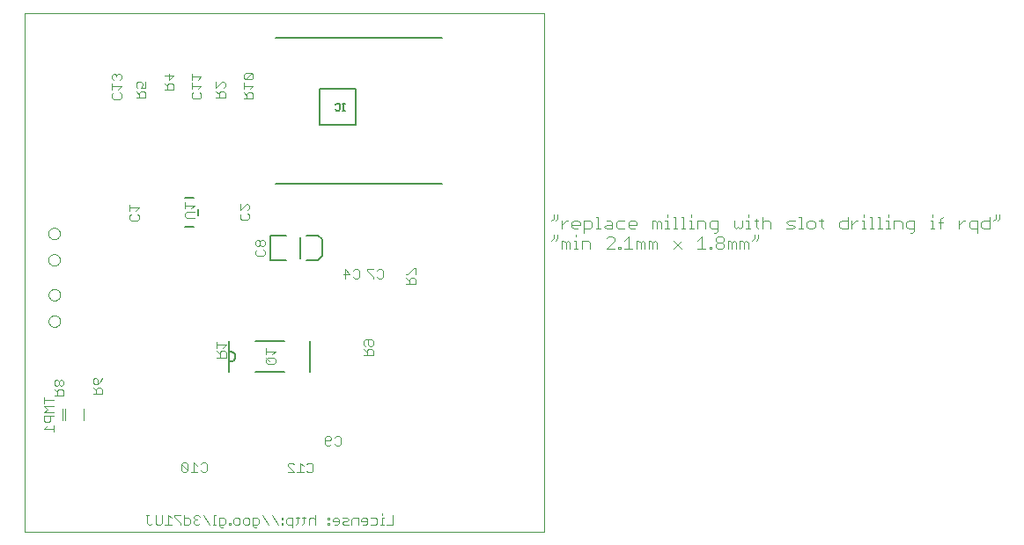
<source format=gbo>
G75*
%MOIN*%
%OFA0B0*%
%FSLAX24Y24*%
%IPPOS*%
%LPD*%
%AMOC8*
5,1,8,0,0,1.08239X$1,22.5*
%
%ADD10C,0.0000*%
%ADD11C,0.0040*%
%ADD12C,0.0080*%
%ADD13C,0.0050*%
D10*
X000350Y000350D02*
X000350Y020035D01*
X020035Y020035D01*
X020035Y000350D01*
X000350Y000350D01*
X001267Y008344D02*
X001269Y008373D01*
X001275Y008401D01*
X001284Y008429D01*
X001297Y008455D01*
X001314Y008478D01*
X001333Y008500D01*
X001355Y008519D01*
X001380Y008534D01*
X001406Y008547D01*
X001434Y008555D01*
X001462Y008560D01*
X001491Y008561D01*
X001520Y008558D01*
X001548Y008551D01*
X001575Y008541D01*
X001601Y008527D01*
X001624Y008510D01*
X001645Y008490D01*
X001663Y008467D01*
X001678Y008442D01*
X001689Y008415D01*
X001697Y008387D01*
X001701Y008358D01*
X001701Y008330D01*
X001697Y008301D01*
X001689Y008273D01*
X001678Y008246D01*
X001663Y008221D01*
X001645Y008198D01*
X001624Y008178D01*
X001601Y008161D01*
X001575Y008147D01*
X001548Y008137D01*
X001520Y008130D01*
X001491Y008127D01*
X001462Y008128D01*
X001434Y008133D01*
X001406Y008141D01*
X001380Y008154D01*
X001355Y008169D01*
X001333Y008188D01*
X001314Y008210D01*
X001297Y008233D01*
X001284Y008259D01*
X001275Y008287D01*
X001269Y008315D01*
X001267Y008344D01*
X001267Y009344D02*
X001269Y009373D01*
X001275Y009401D01*
X001284Y009429D01*
X001297Y009455D01*
X001314Y009478D01*
X001333Y009500D01*
X001355Y009519D01*
X001380Y009534D01*
X001406Y009547D01*
X001434Y009555D01*
X001462Y009560D01*
X001491Y009561D01*
X001520Y009558D01*
X001548Y009551D01*
X001575Y009541D01*
X001601Y009527D01*
X001624Y009510D01*
X001645Y009490D01*
X001663Y009467D01*
X001678Y009442D01*
X001689Y009415D01*
X001697Y009387D01*
X001701Y009358D01*
X001701Y009330D01*
X001697Y009301D01*
X001689Y009273D01*
X001678Y009246D01*
X001663Y009221D01*
X001645Y009198D01*
X001624Y009178D01*
X001601Y009161D01*
X001575Y009147D01*
X001548Y009137D01*
X001520Y009130D01*
X001491Y009127D01*
X001462Y009128D01*
X001434Y009133D01*
X001406Y009141D01*
X001380Y009154D01*
X001355Y009169D01*
X001333Y009188D01*
X001314Y009210D01*
X001297Y009233D01*
X001284Y009259D01*
X001275Y009287D01*
X001269Y009315D01*
X001267Y009344D01*
X001259Y010670D02*
X001261Y010699D01*
X001267Y010727D01*
X001276Y010755D01*
X001289Y010781D01*
X001306Y010804D01*
X001325Y010826D01*
X001347Y010845D01*
X001372Y010860D01*
X001398Y010873D01*
X001426Y010881D01*
X001454Y010886D01*
X001483Y010887D01*
X001512Y010884D01*
X001540Y010877D01*
X001567Y010867D01*
X001593Y010853D01*
X001616Y010836D01*
X001637Y010816D01*
X001655Y010793D01*
X001670Y010768D01*
X001681Y010741D01*
X001689Y010713D01*
X001693Y010684D01*
X001693Y010656D01*
X001689Y010627D01*
X001681Y010599D01*
X001670Y010572D01*
X001655Y010547D01*
X001637Y010524D01*
X001616Y010504D01*
X001593Y010487D01*
X001567Y010473D01*
X001540Y010463D01*
X001512Y010456D01*
X001483Y010453D01*
X001454Y010454D01*
X001426Y010459D01*
X001398Y010467D01*
X001372Y010480D01*
X001347Y010495D01*
X001325Y010514D01*
X001306Y010536D01*
X001289Y010559D01*
X001276Y010585D01*
X001267Y010613D01*
X001261Y010641D01*
X001259Y010670D01*
X001259Y011670D02*
X001261Y011699D01*
X001267Y011727D01*
X001276Y011755D01*
X001289Y011781D01*
X001306Y011804D01*
X001325Y011826D01*
X001347Y011845D01*
X001372Y011860D01*
X001398Y011873D01*
X001426Y011881D01*
X001454Y011886D01*
X001483Y011887D01*
X001512Y011884D01*
X001540Y011877D01*
X001567Y011867D01*
X001593Y011853D01*
X001616Y011836D01*
X001637Y011816D01*
X001655Y011793D01*
X001670Y011768D01*
X001681Y011741D01*
X001689Y011713D01*
X001693Y011684D01*
X001693Y011656D01*
X001689Y011627D01*
X001681Y011599D01*
X001670Y011572D01*
X001655Y011547D01*
X001637Y011524D01*
X001616Y011504D01*
X001593Y011487D01*
X001567Y011473D01*
X001540Y011463D01*
X001512Y011456D01*
X001483Y011453D01*
X001454Y011454D01*
X001426Y011459D01*
X001398Y011467D01*
X001372Y011480D01*
X001347Y011495D01*
X001325Y011514D01*
X001306Y011536D01*
X001289Y011559D01*
X001276Y011585D01*
X001267Y011613D01*
X001261Y011641D01*
X001259Y011670D01*
D11*
X004323Y012230D02*
X004323Y012348D01*
X004382Y012407D01*
X004323Y012533D02*
X004323Y012769D01*
X004323Y012651D02*
X004677Y012651D01*
X004559Y012533D01*
X004618Y012407D02*
X004677Y012348D01*
X004677Y012230D01*
X004618Y012171D01*
X004382Y012171D01*
X004323Y012230D01*
X006434Y012312D02*
X006493Y012253D01*
X006788Y012253D01*
X006434Y012312D02*
X006434Y012430D01*
X006493Y012489D01*
X006788Y012489D01*
X006670Y012616D02*
X006788Y012734D01*
X006434Y012734D01*
X006434Y012616D02*
X006434Y012852D01*
X008512Y012797D02*
X008512Y012561D01*
X008748Y012797D01*
X008807Y012797D01*
X008866Y012738D01*
X008866Y012620D01*
X008807Y012561D01*
X008807Y012434D02*
X008866Y012375D01*
X008866Y012257D01*
X008807Y012198D01*
X008571Y012198D01*
X008512Y012257D01*
X008512Y012375D01*
X008571Y012434D01*
X009155Y011429D02*
X009096Y011370D01*
X009096Y011252D01*
X009155Y011193D01*
X009214Y011193D01*
X009273Y011252D01*
X009273Y011370D01*
X009214Y011429D01*
X009155Y011429D01*
X009273Y011370D02*
X009332Y011429D01*
X009391Y011429D01*
X009450Y011370D01*
X009450Y011252D01*
X009391Y011193D01*
X009332Y011193D01*
X009273Y011252D01*
X009155Y011066D02*
X009096Y011007D01*
X009096Y010889D01*
X009155Y010830D01*
X009391Y010830D01*
X009450Y010889D01*
X009450Y011007D01*
X009391Y011066D01*
X012424Y010140D02*
X012660Y010140D01*
X012483Y010317D01*
X012483Y009963D01*
X012787Y010022D02*
X012846Y009963D01*
X012964Y009963D01*
X013023Y010022D01*
X013023Y010258D01*
X012964Y010317D01*
X012846Y010317D01*
X012787Y010258D01*
X013329Y010266D02*
X013565Y010030D01*
X013565Y009971D01*
X013691Y010030D02*
X013750Y009971D01*
X013868Y009971D01*
X013927Y010030D01*
X013927Y010266D01*
X013868Y010325D01*
X013750Y010325D01*
X013691Y010266D01*
X013565Y010325D02*
X013329Y010325D01*
X013329Y010266D01*
X014804Y010118D02*
X014863Y010118D01*
X015099Y010354D01*
X015158Y010354D01*
X015158Y010118D01*
X015099Y009991D02*
X014981Y009991D01*
X014922Y009932D01*
X014922Y009755D01*
X014804Y009755D02*
X015158Y009755D01*
X015158Y009932D01*
X015099Y009991D01*
X014922Y009873D02*
X014804Y009991D01*
X013488Y007643D02*
X013547Y007584D01*
X013547Y007466D01*
X013488Y007407D01*
X013429Y007407D01*
X013370Y007466D01*
X013370Y007643D01*
X013252Y007643D02*
X013488Y007643D01*
X013252Y007643D02*
X013193Y007584D01*
X013193Y007466D01*
X013252Y007407D01*
X013193Y007281D02*
X013311Y007163D01*
X013311Y007222D02*
X013311Y007045D01*
X013193Y007045D02*
X013547Y007045D01*
X013547Y007222D01*
X013488Y007281D01*
X013370Y007281D01*
X013311Y007222D01*
X009851Y007201D02*
X009497Y007201D01*
X009497Y007083D02*
X009497Y007319D01*
X009733Y007083D02*
X009851Y007201D01*
X009792Y006956D02*
X009556Y006956D01*
X009497Y006897D01*
X009497Y006779D01*
X009556Y006720D01*
X009792Y006720D01*
X009851Y006779D01*
X009851Y006897D01*
X009792Y006956D01*
X009615Y006838D02*
X009497Y006956D01*
X007983Y006972D02*
X007983Y007149D01*
X007924Y007208D01*
X007806Y007208D01*
X007747Y007149D01*
X007747Y006972D01*
X007747Y007090D02*
X007629Y007208D01*
X007629Y007335D02*
X007629Y007571D01*
X007629Y007453D02*
X007983Y007453D01*
X007865Y007335D01*
X007983Y006972D02*
X007629Y006972D01*
X003300Y006192D02*
X003241Y006074D01*
X003123Y005956D01*
X003123Y006133D01*
X003064Y006192D01*
X003005Y006192D01*
X002946Y006133D01*
X002946Y006015D01*
X003005Y005956D01*
X003123Y005956D01*
X003123Y005829D02*
X003064Y005770D01*
X003064Y005593D01*
X002946Y005593D02*
X003300Y005593D01*
X003300Y005770D01*
X003241Y005829D01*
X003123Y005829D01*
X003064Y005711D02*
X002946Y005829D01*
X001835Y005710D02*
X001776Y005769D01*
X001658Y005769D01*
X001599Y005710D01*
X001599Y005533D01*
X001481Y005533D02*
X001835Y005533D01*
X001835Y005710D01*
X001776Y005896D02*
X001717Y005896D01*
X001658Y005955D01*
X001658Y006073D01*
X001599Y006132D01*
X001540Y006132D01*
X001481Y006073D01*
X001481Y005955D01*
X001540Y005896D01*
X001599Y005896D01*
X001658Y005955D01*
X001658Y006073D02*
X001717Y006132D01*
X001776Y006132D01*
X001835Y006073D01*
X001835Y005955D01*
X001776Y005896D01*
X001599Y005651D02*
X001481Y005769D01*
X001453Y005356D02*
X001099Y005356D01*
X001099Y005474D02*
X001099Y005238D01*
X001099Y005112D02*
X001217Y004994D01*
X001099Y004876D01*
X001453Y004876D01*
X001453Y004749D02*
X001099Y004749D01*
X001099Y004572D01*
X001158Y004513D01*
X001276Y004513D01*
X001335Y004572D01*
X001335Y004749D01*
X001804Y004592D02*
X001804Y005026D01*
X001904Y005026D02*
X001904Y004592D01*
X002604Y004592D02*
X002604Y005026D01*
X001453Y005112D02*
X001099Y005112D01*
X001217Y004387D02*
X001099Y004269D01*
X001453Y004269D01*
X001453Y004387D02*
X001453Y004151D01*
X006294Y002931D02*
X006294Y002695D01*
X006353Y002636D01*
X006471Y002636D01*
X006530Y002695D01*
X006294Y002931D01*
X006353Y002990D01*
X006471Y002990D01*
X006530Y002931D01*
X006530Y002695D01*
X006656Y002636D02*
X006892Y002636D01*
X006774Y002636D02*
X006774Y002990D01*
X006892Y002872D01*
X007019Y002931D02*
X007078Y002990D01*
X007196Y002990D01*
X007255Y002931D01*
X007255Y002695D01*
X007196Y002636D01*
X007078Y002636D01*
X007019Y002695D01*
X006939Y000993D02*
X006821Y000993D01*
X006762Y000934D01*
X006762Y000875D01*
X006821Y000816D01*
X006762Y000757D01*
X006762Y000698D01*
X006821Y000639D01*
X006939Y000639D01*
X006998Y000698D01*
X006880Y000816D02*
X006821Y000816D01*
X006635Y000816D02*
X006576Y000875D01*
X006399Y000875D01*
X006399Y000993D02*
X006399Y000639D01*
X006576Y000639D01*
X006635Y000698D01*
X006635Y000816D01*
X006939Y000993D02*
X006998Y000934D01*
X007124Y000993D02*
X007360Y000639D01*
X007484Y000639D02*
X007602Y000639D01*
X007543Y000639D02*
X007543Y000993D01*
X007602Y000993D01*
X007728Y000875D02*
X007905Y000875D01*
X007964Y000816D01*
X007964Y000698D01*
X007905Y000639D01*
X007728Y000639D01*
X007728Y000580D02*
X007728Y000875D01*
X008087Y000698D02*
X008087Y000639D01*
X008146Y000639D01*
X008146Y000698D01*
X008087Y000698D01*
X008272Y000698D02*
X008272Y000816D01*
X008331Y000875D01*
X008449Y000875D01*
X008508Y000816D01*
X008508Y000698D01*
X008449Y000639D01*
X008331Y000639D01*
X008272Y000698D01*
X008635Y000698D02*
X008635Y000816D01*
X008694Y000875D01*
X008812Y000875D01*
X008871Y000816D01*
X008871Y000698D01*
X008812Y000639D01*
X008694Y000639D01*
X008635Y000698D01*
X008997Y000639D02*
X009174Y000639D01*
X009233Y000698D01*
X009233Y000816D01*
X009174Y000875D01*
X008997Y000875D01*
X008997Y000580D01*
X009056Y000521D01*
X009115Y000521D01*
X009596Y000639D02*
X009360Y000993D01*
X009722Y000993D02*
X009958Y000639D01*
X010080Y000639D02*
X010139Y000639D01*
X010139Y000698D01*
X010080Y000698D01*
X010080Y000639D01*
X010080Y000816D02*
X010139Y000816D01*
X010139Y000875D01*
X010080Y000875D01*
X010080Y000816D01*
X010266Y000816D02*
X010325Y000875D01*
X010502Y000875D01*
X010502Y000521D01*
X010502Y000639D02*
X010325Y000639D01*
X010266Y000698D01*
X010266Y000816D01*
X010626Y000875D02*
X010744Y000875D01*
X010685Y000934D02*
X010685Y000698D01*
X010626Y000639D01*
X010867Y000639D02*
X010926Y000698D01*
X010926Y000934D01*
X010985Y000875D02*
X010867Y000875D01*
X011112Y000816D02*
X011112Y000639D01*
X011112Y000816D02*
X011171Y000875D01*
X011289Y000875D01*
X011348Y000816D01*
X011348Y000993D02*
X011348Y000639D01*
X011832Y000639D02*
X011891Y000639D01*
X011891Y000698D01*
X011832Y000698D01*
X011832Y000639D01*
X011832Y000816D02*
X011891Y000816D01*
X011891Y000875D01*
X011832Y000875D01*
X011832Y000816D01*
X012018Y000816D02*
X012018Y000757D01*
X012254Y000757D01*
X012254Y000698D02*
X012254Y000816D01*
X012195Y000875D01*
X012077Y000875D01*
X012018Y000816D01*
X012077Y000639D02*
X012195Y000639D01*
X012254Y000698D01*
X012381Y000698D02*
X012440Y000757D01*
X012558Y000757D01*
X012617Y000816D01*
X012558Y000875D01*
X012381Y000875D01*
X012381Y000698D02*
X012440Y000639D01*
X012617Y000639D01*
X012743Y000639D02*
X012743Y000816D01*
X012802Y000875D01*
X012979Y000875D01*
X012979Y000639D01*
X013106Y000757D02*
X013342Y000757D01*
X013342Y000698D02*
X013342Y000816D01*
X013283Y000875D01*
X013165Y000875D01*
X013106Y000816D01*
X013106Y000757D01*
X013165Y000639D02*
X013283Y000639D01*
X013342Y000698D01*
X013468Y000639D02*
X013645Y000639D01*
X013704Y000698D01*
X013704Y000816D01*
X013645Y000875D01*
X013468Y000875D01*
X013887Y000875D02*
X013887Y000639D01*
X013946Y000639D02*
X013828Y000639D01*
X013887Y000875D02*
X013946Y000875D01*
X013887Y000993D02*
X013887Y001052D01*
X014308Y000993D02*
X014308Y000639D01*
X014072Y000639D01*
X011272Y002673D02*
X011213Y002614D01*
X011095Y002614D01*
X011036Y002673D01*
X010910Y002614D02*
X010674Y002614D01*
X010792Y002614D02*
X010792Y002968D01*
X010910Y002850D01*
X011036Y002909D02*
X011095Y002968D01*
X011213Y002968D01*
X011272Y002909D01*
X011272Y002673D01*
X010547Y002614D02*
X010311Y002850D01*
X010311Y002909D01*
X010370Y002968D01*
X010488Y002968D01*
X010547Y002909D01*
X010547Y002614D02*
X010311Y002614D01*
X011731Y003692D02*
X011790Y003633D01*
X011908Y003633D01*
X011967Y003692D01*
X012094Y003692D02*
X012153Y003633D01*
X012271Y003633D01*
X012330Y003692D01*
X012330Y003928D01*
X012271Y003987D01*
X012153Y003987D01*
X012094Y003928D01*
X011967Y003928D02*
X011967Y003869D01*
X011908Y003810D01*
X011731Y003810D01*
X011731Y003692D02*
X011731Y003928D01*
X011790Y003987D01*
X011908Y003987D01*
X011967Y003928D01*
X006273Y000993D02*
X006037Y000993D01*
X006037Y000934D01*
X006273Y000698D01*
X006273Y000639D01*
X005910Y000639D02*
X005674Y000639D01*
X005792Y000639D02*
X005792Y000993D01*
X005910Y000875D01*
X005547Y000993D02*
X005547Y000698D01*
X005488Y000639D01*
X005370Y000639D01*
X005311Y000698D01*
X005311Y000993D01*
X005067Y000993D02*
X004949Y000993D01*
X005008Y000993D02*
X005008Y000698D01*
X005067Y000639D01*
X005126Y000639D01*
X005185Y000698D01*
X007728Y000580D02*
X007787Y000521D01*
X007846Y000521D01*
X020690Y011095D02*
X020690Y011402D01*
X020767Y011402D01*
X020844Y011325D01*
X020921Y011402D01*
X020997Y011325D01*
X020997Y011095D01*
X020844Y011095D02*
X020844Y011325D01*
X021151Y011402D02*
X021227Y011402D01*
X021227Y011095D01*
X021151Y011095D02*
X021304Y011095D01*
X021458Y011095D02*
X021458Y011402D01*
X021688Y011402D01*
X021765Y011325D01*
X021765Y011095D01*
X022378Y011095D02*
X022685Y011402D01*
X022685Y011478D01*
X022609Y011555D01*
X022455Y011555D01*
X022378Y011478D01*
X022378Y011845D02*
X022302Y011921D01*
X022378Y011998D01*
X022609Y011998D01*
X022609Y012075D02*
X022532Y012152D01*
X022378Y012152D01*
X022609Y012075D02*
X022609Y011845D01*
X022378Y011845D01*
X022148Y011845D02*
X021995Y011845D01*
X022071Y011845D02*
X022071Y012305D01*
X021995Y012305D01*
X021841Y012075D02*
X021841Y011921D01*
X021765Y011845D01*
X021534Y011845D01*
X021534Y011691D02*
X021534Y012152D01*
X021765Y012152D01*
X021841Y012075D01*
X021381Y012075D02*
X021381Y011998D01*
X021074Y011998D01*
X021074Y011921D02*
X021074Y012075D01*
X021151Y012152D01*
X021304Y012152D01*
X021381Y012075D01*
X021151Y011845D02*
X021074Y011921D01*
X021151Y011845D02*
X021304Y011845D01*
X021227Y011632D02*
X021227Y011555D01*
X020690Y011845D02*
X020690Y012152D01*
X020690Y011998D02*
X020844Y012152D01*
X020921Y012152D01*
X020537Y012228D02*
X020537Y012382D01*
X020537Y012228D02*
X020460Y012152D01*
X020383Y012228D02*
X020307Y012152D01*
X020383Y012228D02*
X020383Y012382D01*
X020383Y011632D02*
X020383Y011478D01*
X020307Y011402D01*
X020460Y011402D02*
X020537Y011478D01*
X020537Y011632D01*
X022378Y011095D02*
X022685Y011095D01*
X022839Y011095D02*
X022916Y011095D01*
X022916Y011171D01*
X022839Y011171D01*
X022839Y011095D01*
X023069Y011095D02*
X023376Y011095D01*
X023529Y011095D02*
X023529Y011402D01*
X023606Y011402D01*
X023683Y011325D01*
X023760Y011402D01*
X023836Y011325D01*
X023836Y011095D01*
X023683Y011095D02*
X023683Y011325D01*
X023990Y011402D02*
X023990Y011095D01*
X024143Y011095D02*
X024143Y011325D01*
X024220Y011402D01*
X024297Y011325D01*
X024297Y011095D01*
X024143Y011325D02*
X024067Y011402D01*
X023990Y011402D01*
X024143Y011845D02*
X024143Y012152D01*
X024220Y012152D01*
X024297Y012075D01*
X024373Y012152D01*
X024450Y012075D01*
X024450Y011845D01*
X024297Y011845D02*
X024297Y012075D01*
X024604Y012152D02*
X024680Y012152D01*
X024680Y011845D01*
X024604Y011845D02*
X024757Y011845D01*
X024911Y011845D02*
X025064Y011845D01*
X024987Y011845D02*
X024987Y012305D01*
X024911Y012305D01*
X024680Y012305D02*
X024680Y012382D01*
X025217Y012305D02*
X025294Y012305D01*
X025294Y011845D01*
X025217Y011845D02*
X025371Y011845D01*
X025524Y011845D02*
X025678Y011845D01*
X025601Y011845D02*
X025601Y012152D01*
X025524Y012152D01*
X025601Y012305D02*
X025601Y012382D01*
X025831Y012152D02*
X026062Y012152D01*
X026138Y012075D01*
X026138Y011845D01*
X026292Y011921D02*
X026368Y011845D01*
X026599Y011845D01*
X026599Y011768D02*
X026599Y012152D01*
X026368Y012152D01*
X026292Y012075D01*
X026292Y011921D01*
X026445Y011691D02*
X026522Y011691D01*
X026599Y011768D01*
X026599Y011555D02*
X026752Y011555D01*
X026829Y011478D01*
X026829Y011402D01*
X026752Y011325D01*
X026599Y011325D01*
X026522Y011402D01*
X026522Y011478D01*
X026599Y011555D01*
X026599Y011325D02*
X026522Y011248D01*
X026522Y011171D01*
X026599Y011095D01*
X026752Y011095D01*
X026829Y011171D01*
X026829Y011248D01*
X026752Y011325D01*
X026982Y011402D02*
X027059Y011402D01*
X027136Y011325D01*
X027213Y011402D01*
X027289Y011325D01*
X027289Y011095D01*
X027136Y011095D02*
X027136Y011325D01*
X026982Y011402D02*
X026982Y011095D01*
X027443Y011095D02*
X027443Y011402D01*
X027519Y011402D01*
X027596Y011325D01*
X027673Y011402D01*
X027750Y011325D01*
X027750Y011095D01*
X027596Y011095D02*
X027596Y011325D01*
X027903Y011402D02*
X027980Y011478D01*
X027980Y011632D01*
X028133Y011632D02*
X028133Y011478D01*
X028057Y011402D01*
X028133Y011845D02*
X028057Y011921D01*
X028057Y012228D01*
X028133Y012152D02*
X027980Y012152D01*
X027750Y012152D02*
X027750Y011845D01*
X027826Y011845D02*
X027673Y011845D01*
X027519Y011921D02*
X027519Y012152D01*
X027673Y012152D02*
X027750Y012152D01*
X027750Y012305D02*
X027750Y012382D01*
X027213Y012152D02*
X027213Y011921D01*
X027289Y011845D01*
X027366Y011921D01*
X027443Y011845D01*
X027519Y011921D01*
X028287Y011845D02*
X028287Y012305D01*
X028364Y012152D02*
X028517Y012152D01*
X028594Y012075D01*
X028594Y011845D01*
X028287Y012075D02*
X028364Y012152D01*
X029208Y012075D02*
X029284Y011998D01*
X029438Y011998D01*
X029514Y011921D01*
X029438Y011845D01*
X029208Y011845D01*
X029668Y011845D02*
X029821Y011845D01*
X029745Y011845D02*
X029745Y012305D01*
X029668Y012305D01*
X029514Y012152D02*
X029284Y012152D01*
X029208Y012075D01*
X029975Y012075D02*
X029975Y011921D01*
X030052Y011845D01*
X030205Y011845D01*
X030282Y011921D01*
X030282Y012075D01*
X030205Y012152D01*
X030052Y012152D01*
X029975Y012075D01*
X030435Y012152D02*
X030589Y012152D01*
X030512Y012228D02*
X030512Y011921D01*
X030589Y011845D01*
X031203Y011921D02*
X031203Y012075D01*
X031279Y012152D01*
X031510Y012152D01*
X031663Y012152D02*
X031663Y011845D01*
X031663Y011998D02*
X031816Y012152D01*
X031893Y012152D01*
X032047Y012152D02*
X032123Y012152D01*
X032123Y011845D01*
X032047Y011845D02*
X032200Y011845D01*
X032354Y011845D02*
X032507Y011845D01*
X032430Y011845D02*
X032430Y012305D01*
X032354Y012305D01*
X032123Y012305D02*
X032123Y012382D01*
X032661Y012305D02*
X032737Y012305D01*
X032737Y011845D01*
X032661Y011845D02*
X032814Y011845D01*
X032967Y011845D02*
X033121Y011845D01*
X033044Y011845D02*
X033044Y012152D01*
X032967Y012152D01*
X033044Y012305D02*
X033044Y012382D01*
X033274Y012152D02*
X033505Y012152D01*
X033581Y012075D01*
X033581Y011845D01*
X033735Y011921D02*
X033811Y011845D01*
X034042Y011845D01*
X034042Y011768D02*
X034042Y012152D01*
X033811Y012152D01*
X033735Y012075D01*
X033735Y011921D01*
X033888Y011691D02*
X033965Y011691D01*
X034042Y011768D01*
X034656Y011845D02*
X034809Y011845D01*
X034732Y011845D02*
X034732Y012152D01*
X034656Y012152D01*
X034732Y012305D02*
X034732Y012382D01*
X035039Y012228D02*
X035116Y012305D01*
X035039Y012228D02*
X035039Y011845D01*
X035730Y011845D02*
X035730Y012152D01*
X035883Y012152D02*
X035730Y011998D01*
X035883Y012152D02*
X035960Y012152D01*
X036113Y012075D02*
X036113Y011921D01*
X036190Y011845D01*
X036420Y011845D01*
X036420Y011691D02*
X036420Y012152D01*
X036190Y012152D01*
X036113Y012075D01*
X036574Y012075D02*
X036574Y011921D01*
X036651Y011845D01*
X036881Y011845D01*
X036881Y012305D01*
X036881Y012152D02*
X036651Y012152D01*
X036574Y012075D01*
X037034Y012152D02*
X037111Y012228D01*
X037111Y012382D01*
X037264Y012382D02*
X037264Y012228D01*
X037188Y012152D01*
X035116Y012075D02*
X034962Y012075D01*
X033274Y012152D02*
X033274Y011845D01*
X031510Y011845D02*
X031279Y011845D01*
X031203Y011921D01*
X031510Y011845D02*
X031510Y012305D01*
X026368Y011171D02*
X026368Y011095D01*
X026292Y011095D01*
X026292Y011171D01*
X026368Y011171D01*
X026138Y011095D02*
X025831Y011095D01*
X025985Y011095D02*
X025985Y011555D01*
X025831Y011402D01*
X025831Y011845D02*
X025831Y012152D01*
X025217Y011402D02*
X024911Y011095D01*
X025217Y011095D02*
X024911Y011402D01*
X023529Y011998D02*
X023529Y012075D01*
X023453Y012152D01*
X023299Y012152D01*
X023222Y012075D01*
X023222Y011921D01*
X023299Y011845D01*
X023453Y011845D01*
X023529Y011998D02*
X023222Y011998D01*
X023069Y011845D02*
X022839Y011845D01*
X022762Y011921D01*
X022762Y012075D01*
X022839Y012152D01*
X023069Y012152D01*
X023222Y011555D02*
X023222Y011095D01*
X023069Y011402D02*
X023222Y011555D01*
X009006Y016784D02*
X009006Y016961D01*
X008947Y017020D01*
X008829Y017020D01*
X008770Y016961D01*
X008770Y016784D01*
X008770Y016902D02*
X008652Y017020D01*
X008652Y017147D02*
X008652Y017383D01*
X008652Y017265D02*
X009006Y017265D01*
X008888Y017147D01*
X009006Y016784D02*
X008652Y016784D01*
X007951Y016824D02*
X007951Y017001D01*
X007892Y017060D01*
X007774Y017060D01*
X007715Y017001D01*
X007715Y016824D01*
X007597Y016824D02*
X007951Y016824D01*
X007715Y016942D02*
X007597Y017060D01*
X007597Y017187D02*
X007833Y017423D01*
X007892Y017423D01*
X007951Y017364D01*
X007951Y017246D01*
X007892Y017187D01*
X007597Y017187D02*
X007597Y017423D01*
X007036Y017259D02*
X006918Y017141D01*
X006977Y017014D02*
X007036Y016955D01*
X007036Y016837D01*
X006977Y016778D01*
X006741Y016778D01*
X006682Y016837D01*
X006682Y016955D01*
X006741Y017014D01*
X006682Y017141D02*
X006682Y017377D01*
X006682Y017259D02*
X007036Y017259D01*
X006918Y017503D02*
X007036Y017621D01*
X006682Y017621D01*
X006682Y017503D02*
X006682Y017739D01*
X006001Y017672D02*
X005824Y017495D01*
X005824Y017731D01*
X005647Y017672D02*
X006001Y017672D01*
X005942Y017369D02*
X005824Y017369D01*
X005765Y017310D01*
X005765Y017133D01*
X005765Y017251D02*
X005647Y017369D01*
X005647Y017133D02*
X006001Y017133D01*
X006001Y017310D01*
X005942Y017369D01*
X004936Y017417D02*
X004936Y017181D01*
X004759Y017181D01*
X004818Y017299D01*
X004818Y017358D01*
X004759Y017417D01*
X004641Y017417D01*
X004582Y017358D01*
X004582Y017240D01*
X004641Y017181D01*
X004582Y017054D02*
X004700Y016936D01*
X004700Y016995D02*
X004700Y016818D01*
X004582Y016818D02*
X004936Y016818D01*
X004936Y016995D01*
X004877Y017054D01*
X004759Y017054D01*
X004700Y016995D01*
X004015Y016949D02*
X004015Y016831D01*
X003956Y016772D01*
X003720Y016772D01*
X003661Y016831D01*
X003661Y016949D01*
X003720Y017008D01*
X003661Y017135D02*
X003661Y017371D01*
X003661Y017253D02*
X004015Y017253D01*
X003897Y017135D01*
X003956Y017008D02*
X004015Y016949D01*
X003956Y017497D02*
X004015Y017556D01*
X004015Y017674D01*
X003956Y017733D01*
X003897Y017733D01*
X003838Y017674D01*
X003779Y017733D01*
X003720Y017733D01*
X003661Y017674D01*
X003661Y017556D01*
X003720Y017497D01*
X003838Y017615D02*
X003838Y017674D01*
X008652Y017686D02*
X008652Y017568D01*
X008711Y017509D01*
X008947Y017745D01*
X008711Y017745D01*
X008652Y017686D01*
X008711Y017509D02*
X008947Y017509D01*
X009006Y017568D01*
X009006Y017686D01*
X008947Y017745D01*
D12*
X009846Y019105D02*
X016145Y019105D01*
X012889Y017174D02*
X011511Y017174D01*
X011511Y015796D01*
X012889Y015796D01*
X012889Y017174D01*
X009846Y013555D02*
X016145Y013555D01*
X011630Y011450D02*
X011630Y010820D01*
X011472Y010662D01*
X011039Y010662D01*
X010252Y010662D02*
X009661Y010662D01*
X009661Y011607D01*
X010252Y011607D01*
X011039Y011607D02*
X011472Y011607D01*
X011630Y011450D01*
X006926Y012365D02*
X006926Y012576D01*
X006776Y013030D02*
X006438Y013030D01*
X006438Y011910D02*
X006776Y011910D01*
X008096Y007595D02*
X008096Y006414D01*
X008135Y006808D02*
X008162Y006810D01*
X008188Y006815D01*
X008213Y006824D01*
X008237Y006837D01*
X008259Y006852D01*
X008279Y006871D01*
X008296Y006891D01*
X008310Y006914D01*
X008321Y006939D01*
X008328Y006965D01*
X008332Y006992D01*
X008332Y007018D01*
X008328Y007045D01*
X008321Y007071D01*
X008310Y007096D01*
X008296Y007119D01*
X008279Y007139D01*
X008259Y007158D01*
X008237Y007173D01*
X008213Y007186D01*
X008188Y007195D01*
X008162Y007200D01*
X008135Y007202D01*
X009080Y007595D02*
X010183Y007595D01*
X011167Y007595D02*
X011167Y006414D01*
X010183Y006414D02*
X009080Y006414D01*
D13*
X010796Y010735D02*
X010796Y011535D01*
X012155Y016332D02*
X012111Y016377D01*
X012155Y016332D02*
X012244Y016332D01*
X012288Y016377D01*
X012288Y016553D01*
X012244Y016598D01*
X012155Y016598D01*
X012111Y016553D01*
X012393Y016598D02*
X012481Y016598D01*
X012437Y016598D02*
X012437Y016332D01*
X012481Y016332D02*
X012393Y016332D01*
M02*

</source>
